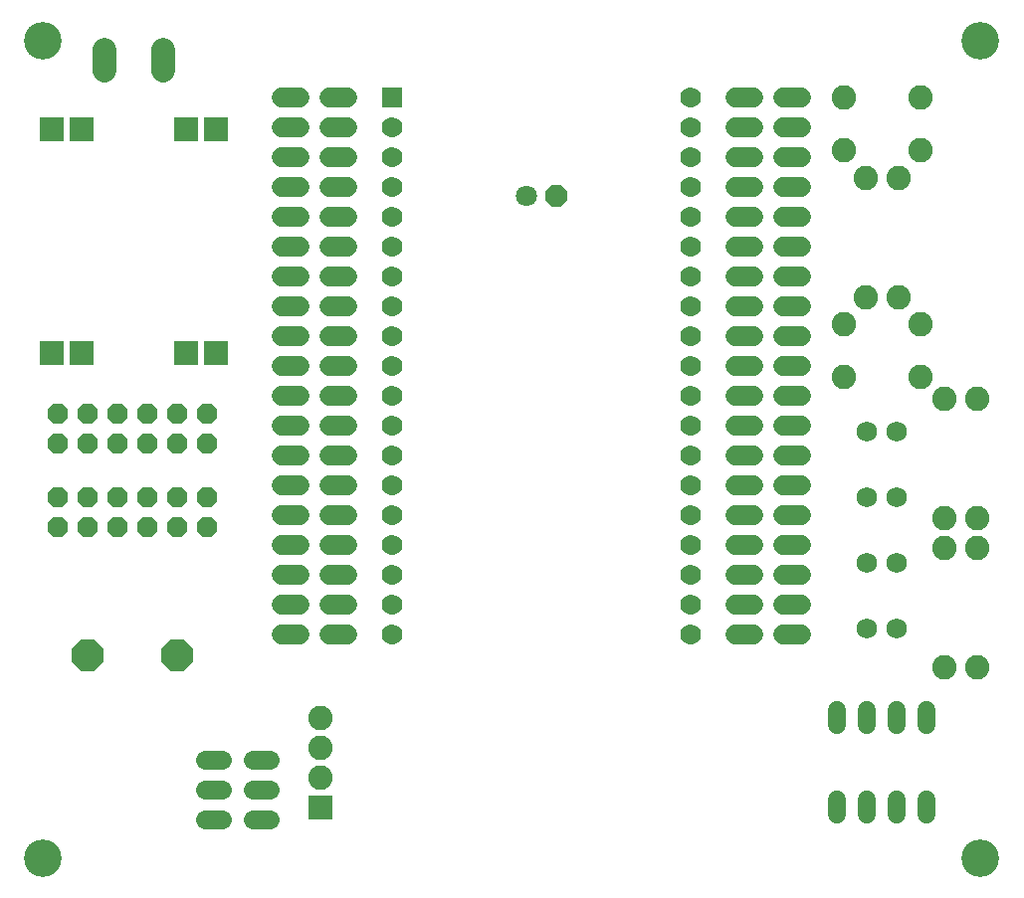
<source format=gbr>
G04 EAGLE Gerber X2 export*
%TF.Part,Single*%
%TF.FileFunction,Soldermask,Top,1*%
%TF.FilePolarity,Positive*%
%TF.GenerationSoftware,Autodesk,EAGLE,9.6.2*%
%TF.CreationDate,2025-03-18T09:50:27Z*%
G75*
%MOMM*%
%FSLAX34Y34*%
%LPD*%
%INSoldermask Top*%
%AMOC8*
5,1,8,0,0,1.08239X$1,22.5*%
G01*
%ADD10C,3.203200*%
%ADD11P,1.869504X8X22.500000*%
%ADD12P,1.951982X8X22.500000*%
%ADD13C,1.803400*%
%ADD14C,1.727200*%
%ADD15C,1.727200*%
%ADD16R,2.133600X2.133600*%
%ADD17C,2.082800*%
%ADD18P,2.969212X8X22.500000*%
%ADD19R,2.082800X2.082800*%
%ADD20R,1.763200X1.763200*%
%ADD21C,1.763200*%
%ADD22C,1.993900*%
%ADD23C,1.524000*%
%ADD24C,1.625600*%


D10*
X33020Y33020D03*
X830580Y33020D03*
X830580Y728980D03*
X33020Y728980D03*
D11*
X45720Y314960D03*
X45720Y340360D03*
X71120Y314960D03*
X71120Y340360D03*
X96520Y314960D03*
X96520Y340360D03*
X121920Y314960D03*
X121920Y340360D03*
X147320Y314960D03*
X147320Y340360D03*
X172720Y314960D03*
X172720Y340360D03*
X45720Y386080D03*
X45720Y411480D03*
X71120Y386080D03*
X71120Y411480D03*
X96520Y386080D03*
X96520Y411480D03*
X121920Y386080D03*
X121920Y411480D03*
X147320Y386080D03*
X147320Y411480D03*
X172720Y386080D03*
X172720Y411480D03*
D12*
X469900Y596900D03*
D13*
X444500Y596900D03*
D14*
X622300Y680212D02*
X637540Y680212D01*
X637540Y654812D02*
X622300Y654812D01*
X622300Y629412D02*
X637540Y629412D01*
X637540Y604012D02*
X622300Y604012D01*
X622300Y578612D02*
X637540Y578612D01*
X637540Y553212D02*
X622300Y553212D01*
X622300Y527812D02*
X637540Y527812D01*
X637540Y502412D02*
X622300Y502412D01*
X622300Y477012D02*
X637540Y477012D01*
X637540Y451612D02*
X622300Y451612D01*
X622300Y426212D02*
X637540Y426212D01*
X637540Y400812D02*
X622300Y400812D01*
X622300Y375412D02*
X637540Y375412D01*
X637540Y350012D02*
X622300Y350012D01*
X622300Y324612D02*
X637540Y324612D01*
X637540Y299212D02*
X622300Y299212D01*
X622300Y273812D02*
X637540Y273812D01*
X637540Y248412D02*
X622300Y248412D01*
X622300Y223012D02*
X637540Y223012D01*
X292100Y680212D02*
X276860Y680212D01*
X276860Y654812D02*
X292100Y654812D01*
X292100Y629412D02*
X276860Y629412D01*
X276860Y604012D02*
X292100Y604012D01*
X292100Y578612D02*
X276860Y578612D01*
X276860Y553212D02*
X292100Y553212D01*
X292100Y527812D02*
X276860Y527812D01*
X276860Y502412D02*
X292100Y502412D01*
X292100Y477012D02*
X276860Y477012D01*
X276860Y451612D02*
X292100Y451612D01*
X292100Y426212D02*
X276860Y426212D01*
X276860Y400812D02*
X292100Y400812D01*
X292100Y375412D02*
X276860Y375412D01*
X276860Y350012D02*
X292100Y350012D01*
X292100Y324612D02*
X276860Y324612D01*
X276860Y299212D02*
X292100Y299212D01*
X292100Y273812D02*
X276860Y273812D01*
X276860Y248412D02*
X292100Y248412D01*
X292100Y223012D02*
X276860Y223012D01*
D15*
X759460Y396240D03*
X734060Y396240D03*
X759460Y340360D03*
X734060Y340360D03*
X759460Y284480D03*
X734060Y284480D03*
X759460Y228600D03*
X734060Y228600D03*
D14*
X678180Y680212D02*
X662940Y680212D01*
X662940Y654812D02*
X678180Y654812D01*
X678180Y629412D02*
X662940Y629412D01*
X662940Y604012D02*
X678180Y604012D01*
X678180Y578612D02*
X662940Y578612D01*
X662940Y553212D02*
X678180Y553212D01*
X678180Y527812D02*
X662940Y527812D01*
X662940Y502412D02*
X678180Y502412D01*
X678180Y477012D02*
X662940Y477012D01*
X662940Y451612D02*
X678180Y451612D01*
X678180Y426212D02*
X662940Y426212D01*
X662940Y400812D02*
X678180Y400812D01*
X678180Y375412D02*
X662940Y375412D01*
X662940Y350012D02*
X678180Y350012D01*
X678180Y324612D02*
X662940Y324612D01*
X662940Y299212D02*
X678180Y299212D01*
X678180Y273812D02*
X662940Y273812D01*
X662940Y248412D02*
X678180Y248412D01*
X678180Y223012D02*
X662940Y223012D01*
X251460Y680212D02*
X236220Y680212D01*
X236220Y654812D02*
X251460Y654812D01*
X251460Y629412D02*
X236220Y629412D01*
X236220Y604012D02*
X251460Y604012D01*
X251460Y578612D02*
X236220Y578612D01*
X236220Y553212D02*
X251460Y553212D01*
X251460Y527812D02*
X236220Y527812D01*
X236220Y502412D02*
X251460Y502412D01*
X251460Y477012D02*
X236220Y477012D01*
X236220Y451612D02*
X251460Y451612D01*
X251460Y426212D02*
X236220Y426212D01*
X236220Y400812D02*
X251460Y400812D01*
X251460Y375412D02*
X236220Y375412D01*
X236220Y350012D02*
X251460Y350012D01*
X251460Y324612D02*
X236220Y324612D01*
X236220Y299212D02*
X251460Y299212D01*
X251460Y273812D02*
X236220Y273812D01*
X236220Y248412D02*
X251460Y248412D01*
X251460Y223012D02*
X236220Y223012D01*
D16*
X40670Y653020D03*
X66100Y653020D03*
X180290Y653020D03*
X154860Y653020D03*
X180290Y463020D03*
X154860Y463020D03*
X40670Y463020D03*
X66100Y463020D03*
D17*
X732790Y510540D03*
X732790Y612140D03*
X760730Y612140D03*
X760730Y510540D03*
X828040Y424180D03*
X828040Y322580D03*
X800100Y322580D03*
X800100Y424180D03*
X800100Y297180D03*
X800100Y195580D03*
X828040Y195580D03*
X828040Y297180D03*
X779272Y442214D03*
X714248Y442214D03*
X779272Y487426D03*
X714248Y487426D03*
X714248Y680466D03*
X779272Y680466D03*
X714248Y635254D03*
X779272Y635254D03*
D18*
X71120Y205740D03*
X147320Y205740D03*
D19*
X269240Y76200D03*
D17*
X269240Y101600D03*
X269240Y127000D03*
X269240Y152400D03*
D20*
X330200Y680200D03*
D21*
X330200Y654800D03*
X330200Y223000D03*
X330200Y629400D03*
X330200Y604000D03*
X330200Y578600D03*
X330200Y553200D03*
X330200Y527800D03*
X330200Y502400D03*
X330200Y477000D03*
X330200Y451600D03*
X330200Y426200D03*
X330200Y400800D03*
X330200Y375400D03*
X330200Y350000D03*
X330200Y324600D03*
X330200Y299200D03*
X330200Y273800D03*
X330200Y248400D03*
X584200Y680200D03*
X584200Y654800D03*
X584200Y629400D03*
X584200Y604000D03*
X584200Y578600D03*
X584200Y553200D03*
X584200Y527800D03*
X584200Y502400D03*
X584200Y477000D03*
X584200Y451600D03*
X584200Y426200D03*
X584200Y400800D03*
X584200Y375400D03*
X584200Y350000D03*
X584200Y324600D03*
X584200Y299200D03*
X584200Y273800D03*
X584200Y248400D03*
X584200Y223000D03*
D22*
X85490Y703517D02*
X85490Y721424D01*
X135490Y721424D02*
X135490Y703517D01*
D23*
X708660Y82804D02*
X708660Y69596D01*
X734060Y69596D02*
X734060Y82804D01*
X734060Y145796D02*
X734060Y159004D01*
X708660Y159004D02*
X708660Y145796D01*
X759460Y82804D02*
X759460Y69596D01*
X784860Y69596D02*
X784860Y82804D01*
X759460Y145796D02*
X759460Y159004D01*
X784860Y159004D02*
X784860Y145796D01*
D24*
X184912Y116840D02*
X170688Y116840D01*
X170688Y91440D02*
X184912Y91440D01*
X184912Y66040D02*
X170688Y66040D01*
X211328Y66040D02*
X225552Y66040D01*
X225552Y91440D02*
X211328Y91440D01*
X211328Y116840D02*
X225552Y116840D01*
M02*

</source>
